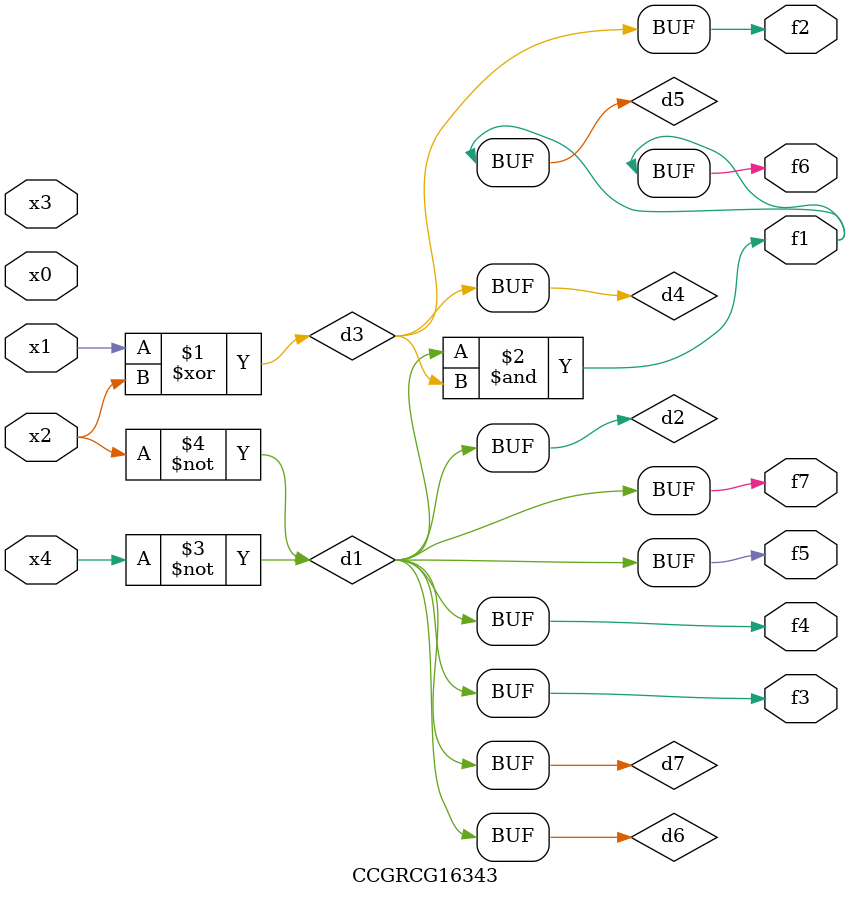
<source format=v>
module CCGRCG16343(
	input x0, x1, x2, x3, x4,
	output f1, f2, f3, f4, f5, f6, f7
);

	wire d1, d2, d3, d4, d5, d6, d7;

	not (d1, x4);
	not (d2, x2);
	xor (d3, x1, x2);
	buf (d4, d3);
	and (d5, d1, d3);
	buf (d6, d1, d2);
	buf (d7, d2);
	assign f1 = d5;
	assign f2 = d4;
	assign f3 = d7;
	assign f4 = d7;
	assign f5 = d7;
	assign f6 = d5;
	assign f7 = d7;
endmodule

</source>
